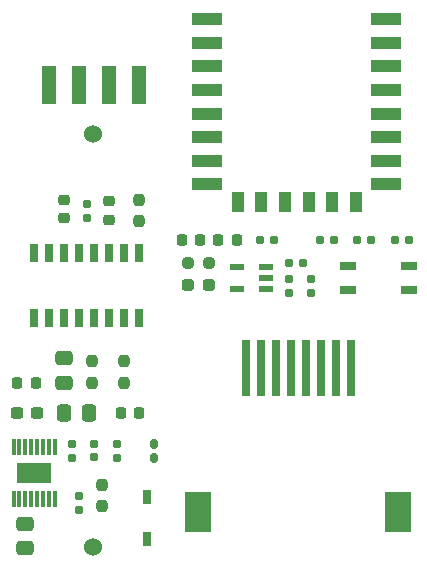
<source format=gbr>
%TF.GenerationSoftware,KiCad,Pcbnew,6.0.0-d3dd2cf0fa~116~ubuntu20.04.1*%
%TF.CreationDate,2022-01-26T20:55:18+01:00*%
%TF.ProjectId,han_to_wifi_board,68616e5f-746f-45f7-9769-66695f626f61,rev?*%
%TF.SameCoordinates,Original*%
%TF.FileFunction,Soldermask,Top*%
%TF.FilePolarity,Negative*%
%FSLAX46Y46*%
G04 Gerber Fmt 4.6, Leading zero omitted, Abs format (unit mm)*
G04 Created by KiCad (PCBNEW 6.0.0-d3dd2cf0fa~116~ubuntu20.04.1) date 2022-01-26 20:55:18*
%MOMM*%
%LPD*%
G01*
G04 APERTURE LIST*
G04 Aperture macros list*
%AMRoundRect*
0 Rectangle with rounded corners*
0 $1 Rounding radius*
0 $2 $3 $4 $5 $6 $7 $8 $9 X,Y pos of 4 corners*
0 Add a 4 corners polygon primitive as box body*
4,1,4,$2,$3,$4,$5,$6,$7,$8,$9,$2,$3,0*
0 Add four circle primitives for the rounded corners*
1,1,$1+$1,$2,$3*
1,1,$1+$1,$4,$5*
1,1,$1+$1,$6,$7*
1,1,$1+$1,$8,$9*
0 Add four rect primitives between the rounded corners*
20,1,$1+$1,$2,$3,$4,$5,0*
20,1,$1+$1,$4,$5,$6,$7,0*
20,1,$1+$1,$6,$7,$8,$9,0*
20,1,$1+$1,$8,$9,$2,$3,0*%
G04 Aperture macros list end*
%ADD10R,1.270000X3.180000*%
%ADD11C,1.524000*%
%ADD12R,1.200000X0.600000*%
%ADD13R,1.450000X0.700000*%
%ADD14R,2.500000X1.000000*%
%ADD15R,1.000000X1.800000*%
%ADD16R,0.650000X1.550000*%
%ADD17RoundRect,0.155000X-0.155000X0.212500X-0.155000X-0.212500X0.155000X-0.212500X0.155000X0.212500X0*%
%ADD18RoundRect,0.225000X-0.225000X-0.250000X0.225000X-0.250000X0.225000X0.250000X-0.225000X0.250000X0*%
%ADD19RoundRect,0.225000X-0.250000X0.225000X-0.250000X-0.225000X0.250000X-0.225000X0.250000X0.225000X0*%
%ADD20RoundRect,0.225000X0.250000X-0.225000X0.250000X0.225000X-0.250000X0.225000X-0.250000X-0.225000X0*%
%ADD21RoundRect,0.225000X0.225000X0.250000X-0.225000X0.250000X-0.225000X-0.250000X0.225000X-0.250000X0*%
%ADD22RoundRect,0.237500X0.300000X0.237500X-0.300000X0.237500X-0.300000X-0.237500X0.300000X-0.237500X0*%
%ADD23RoundRect,0.250000X0.475000X-0.337500X0.475000X0.337500X-0.475000X0.337500X-0.475000X-0.337500X0*%
%ADD24RoundRect,0.250000X0.337500X0.475000X-0.337500X0.475000X-0.337500X-0.475000X0.337500X-0.475000X0*%
%ADD25RoundRect,0.250000X-0.475000X0.337500X-0.475000X-0.337500X0.475000X-0.337500X0.475000X0.337500X0*%
%ADD26RoundRect,0.160000X0.160000X-0.222500X0.160000X0.222500X-0.160000X0.222500X-0.160000X-0.222500X0*%
%ADD27RoundRect,0.218750X-0.218750X-0.256250X0.218750X-0.256250X0.218750X0.256250X-0.218750X0.256250X0*%
%ADD28RoundRect,0.237500X-0.287500X-0.237500X0.287500X-0.237500X0.287500X0.237500X-0.287500X0.237500X0*%
%ADD29R,0.300000X1.400000*%
%ADD30R,2.947000X1.753000*%
%ADD31R,0.800000X1.150000*%
%ADD32R,0.760000X4.750000*%
%ADD33R,2.240000X3.510000*%
%ADD34RoundRect,0.160000X-0.160000X0.197500X-0.160000X-0.197500X0.160000X-0.197500X0.160000X0.197500X0*%
%ADD35RoundRect,0.160000X0.197500X0.160000X-0.197500X0.160000X-0.197500X-0.160000X0.197500X-0.160000X0*%
%ADD36RoundRect,0.160000X0.160000X-0.197500X0.160000X0.197500X-0.160000X0.197500X-0.160000X-0.197500X0*%
%ADD37RoundRect,0.160000X-0.197500X-0.160000X0.197500X-0.160000X0.197500X0.160000X-0.197500X0.160000X0*%
%ADD38RoundRect,0.237500X0.250000X0.237500X-0.250000X0.237500X-0.250000X-0.237500X0.250000X-0.237500X0*%
%ADD39RoundRect,0.237500X0.237500X-0.250000X0.237500X0.250000X-0.237500X0.250000X-0.237500X-0.250000X0*%
%ADD40RoundRect,0.237500X-0.237500X0.250000X-0.237500X-0.250000X0.237500X-0.250000X0.237500X0.250000X0*%
G04 APERTURE END LIST*
D10*
%TO.C,J2*%
X115570000Y-109423000D03*
X118110000Y-109423000D03*
X120650000Y-109423000D03*
X123190000Y-109423000D03*
%TD*%
D11*
%TO.C,C3*%
X119280000Y-148550000D03*
X119280000Y-113550000D03*
%TD*%
D12*
%TO.C,IC1*%
X133927500Y-126680000D03*
X133927500Y-125730000D03*
X133927500Y-124780000D03*
X131427500Y-124780000D03*
X131427500Y-126680000D03*
%TD*%
D13*
%TO.C,SW1*%
X146012500Y-126730000D03*
X140852500Y-126730000D03*
X140852500Y-124730000D03*
X146012500Y-124730000D03*
%TD*%
D14*
%TO.C,U1*%
X128925000Y-103815000D03*
X128925000Y-105815000D03*
X128925000Y-107815000D03*
X128925000Y-109815000D03*
X128925000Y-111815000D03*
X128925000Y-113815000D03*
X128925000Y-115815000D03*
X128925000Y-117815000D03*
D15*
X131525000Y-119315000D03*
X133525000Y-119315000D03*
X135525000Y-119315000D03*
X137525000Y-119315000D03*
X139525000Y-119315000D03*
X141525000Y-119315000D03*
D14*
X144125000Y-117815000D03*
X144125000Y-115815000D03*
X144125000Y-113815000D03*
X144125000Y-111815000D03*
X144125000Y-109815000D03*
X144125000Y-107815000D03*
X144125000Y-105815000D03*
X144125000Y-103815000D03*
%TD*%
D16*
%TO.C,U3*%
X123190000Y-129090000D03*
X121920000Y-129090000D03*
X120650000Y-129090000D03*
X119380000Y-129090000D03*
X118110000Y-129090000D03*
X116840000Y-129090000D03*
X115570000Y-129090000D03*
X114300000Y-129090000D03*
X114300000Y-123640000D03*
X115570000Y-123640000D03*
X116840000Y-123640000D03*
X118110000Y-123640000D03*
X119380000Y-123640000D03*
X120650000Y-123640000D03*
X121920000Y-123640000D03*
X123190000Y-123640000D03*
%TD*%
D17*
%TO.C,C9*%
X119380000Y-139767500D03*
X119380000Y-140902500D03*
%TD*%
D18*
%TO.C,C10*%
X121640000Y-137160000D03*
X123190000Y-137160000D03*
%TD*%
D19*
%TO.C,C7*%
X116840000Y-120650000D03*
X116840000Y-119100000D03*
%TD*%
D20*
%TO.C,C6*%
X120650000Y-119240000D03*
X120650000Y-120790000D03*
%TD*%
D18*
%TO.C,C2*%
X131445000Y-122555000D03*
X129895000Y-122555000D03*
%TD*%
D21*
%TO.C,C1*%
X126822500Y-122555000D03*
X128372500Y-122555000D03*
%TD*%
D22*
%TO.C,C8*%
X114527500Y-137160000D03*
X112802500Y-137160000D03*
%TD*%
D23*
%TO.C,C4*%
X113538000Y-148611500D03*
X113538000Y-146536500D03*
%TD*%
D24*
%TO.C,C5*%
X118915000Y-137160000D03*
X116840000Y-137160000D03*
%TD*%
D25*
%TO.C,C11*%
X116840000Y-134620000D03*
X116840000Y-132545000D03*
%TD*%
D26*
%TO.C,D2*%
X124460000Y-140970000D03*
X124460000Y-139825000D03*
%TD*%
D27*
%TO.C,L1*%
X112877500Y-134620000D03*
X114452500Y-134620000D03*
%TD*%
D28*
%TO.C,D3*%
X127357500Y-126365000D03*
X129107500Y-126365000D03*
%TD*%
D29*
%TO.C,U2*%
X112550000Y-144440000D03*
X113050000Y-144440000D03*
X113550000Y-144440000D03*
X114050000Y-144440000D03*
X114550000Y-144440000D03*
X115050000Y-144440000D03*
X115550000Y-144440000D03*
X116050000Y-144440000D03*
X116050000Y-140040000D03*
X115550000Y-140040000D03*
X115050000Y-140040000D03*
X114550000Y-140040000D03*
X114050000Y-140040000D03*
X113550000Y-140040000D03*
X113050000Y-140040000D03*
X112550000Y-140040000D03*
D30*
X114300000Y-142240000D03*
%TD*%
D31*
%TO.C,D4*%
X123825000Y-147800000D03*
X123825000Y-144300000D03*
%TD*%
D32*
%TO.C,J1*%
X132207000Y-133333000D03*
X133477000Y-133333000D03*
X134747000Y-133333000D03*
X136017000Y-133333000D03*
X137287000Y-133333000D03*
X138557000Y-133333000D03*
X139827000Y-133333000D03*
X141097000Y-133333000D03*
D33*
X128192000Y-145513000D03*
X145112000Y-145513000D03*
%TD*%
D34*
%TO.C,R16*%
X121285000Y-139775000D03*
X121285000Y-140970000D03*
%TD*%
%TO.C,R14*%
X117475000Y-139775000D03*
X117475000Y-140970000D03*
%TD*%
D35*
%TO.C,R13*%
X137085000Y-124460000D03*
X135890000Y-124460000D03*
%TD*%
D34*
%TO.C,R10*%
X135852500Y-125805000D03*
X135852500Y-127000000D03*
%TD*%
D36*
%TO.C,R7*%
X118745000Y-120650000D03*
X118745000Y-119455000D03*
%TD*%
%TO.C,R6*%
X118110000Y-145415000D03*
X118110000Y-144220000D03*
%TD*%
D35*
%TO.C,R4*%
X142837500Y-122555000D03*
X141642500Y-122555000D03*
%TD*%
D37*
%TO.C,R1*%
X134582500Y-122555000D03*
X133387500Y-122555000D03*
%TD*%
D35*
%TO.C,R2*%
X144817500Y-122555000D03*
X146012500Y-122555000D03*
%TD*%
%TO.C,R3*%
X138467500Y-122555000D03*
X139662500Y-122555000D03*
%TD*%
D34*
%TO.C,R8*%
X137757500Y-125805000D03*
X137757500Y-127000000D03*
%TD*%
D38*
%TO.C,R5*%
X127282500Y-124460000D03*
X129107500Y-124460000D03*
%TD*%
D39*
%TO.C,R9*%
X123190000Y-119102500D03*
X123190000Y-120927500D03*
%TD*%
D40*
%TO.C,R11*%
X121920000Y-134620000D03*
X121920000Y-132795000D03*
%TD*%
%TO.C,R12*%
X119185000Y-134620000D03*
X119185000Y-132795000D03*
%TD*%
%TO.C,R15*%
X120015000Y-143232500D03*
X120015000Y-145057500D03*
%TD*%
M02*

</source>
